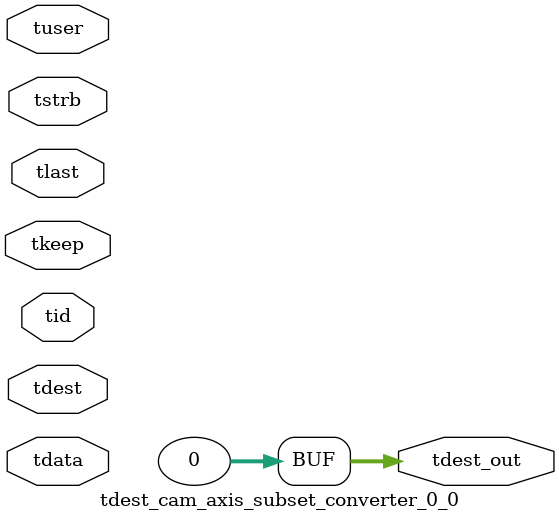
<source format=v>


`timescale 1ps/1ps

module tdest_cam_axis_subset_converter_0_0 #
(
parameter C_S_AXIS_TDATA_WIDTH = 32,
parameter C_S_AXIS_TUSER_WIDTH = 0,
parameter C_S_AXIS_TID_WIDTH   = 0,
parameter C_S_AXIS_TDEST_WIDTH = 0,
parameter C_M_AXIS_TDEST_WIDTH = 32
)
(
input  [(C_S_AXIS_TDATA_WIDTH == 0 ? 1 : C_S_AXIS_TDATA_WIDTH)-1:0     ] tdata,
input  [(C_S_AXIS_TUSER_WIDTH == 0 ? 1 : C_S_AXIS_TUSER_WIDTH)-1:0     ] tuser,
input  [(C_S_AXIS_TID_WIDTH   == 0 ? 1 : C_S_AXIS_TID_WIDTH)-1:0       ] tid,
input  [(C_S_AXIS_TDEST_WIDTH == 0 ? 1 : C_S_AXIS_TDEST_WIDTH)-1:0     ] tdest,
input  [(C_S_AXIS_TDATA_WIDTH/8)-1:0 ] tkeep,
input  [(C_S_AXIS_TDATA_WIDTH/8)-1:0 ] tstrb,
input                                                                    tlast,
output [C_M_AXIS_TDEST_WIDTH-1:0] tdest_out
);

assign tdest_out = {1'b0};

endmodule


</source>
